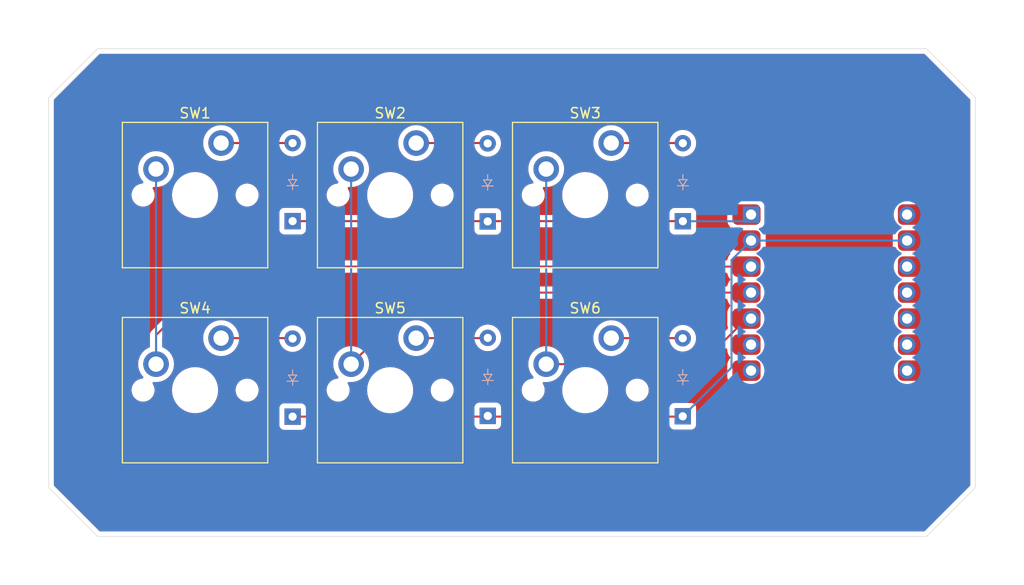
<source format=kicad_pcb>
(kicad_pcb (version 20240108) (generator "pcbnew") (generator_version "8.0")
  (layers (0 "F.Cu" signal) (31 "B.Cu" signal) (34 "B.Paste" user) (35 "F.Paste" user) (36 "B.SilkS" user "B.Silkscreen") (37 "F.SilkS" user "F.Silkscreen") (38 "B.Mask" user) (39 "F.Mask" user) (44 "Edge.Cuts" user))
  (net 0 "")
  (net 1 "Net-(D1-A)")
  (net 2 "Row 1")
  (net 3 "Net-(D2-A)")
  (net 4 "Net-(D3-A)")
  (net 5 "Row 2")
  (net 6 "Net-(D4-A)")
  (net 7 "Net-(D5-A)")
  (net 8 "Net-(D6-A)")
  (net 9 "Column 1")
  (net 10 "Column 2")
  (net 11 "Column 3")
  (footprint "ScottoKeebs_MX:MX_PCB_1.00u" (layer "F.Cu") (at 95.25 38.1)
    (property "Reference" "SW3" (at 0 -8 0) (layer "F.SilkS"))
    (property "Value" "SW_Push_45deg")
    (fp_line (start -7.1 -7.1) (end -7.1 7.1) (stroke (width 0.12)) (layer "F.SilkS"))
    (fp_line (start -7.1 7.1) (end 7.1 7.1) (stroke (width 0.12)) (layer "F.SilkS"))
    (fp_line (start 7.1 -7.1) (end -7.1 -7.1) (stroke (width 0.12)) (layer "F.SilkS"))
    (fp_line (start 7.1 7.1) (end 7.1 -7.1) (stroke (width 0.12)) (layer "F.SilkS"))
    (pad "" np_thru_hole circle (at -5.08 0) (size 1.75 1.75) (drill 1.75) (layers "*.Cu" "*.Mask"))
    (pad "" np_thru_hole circle (at 0 0) (size 4 4) (drill 4) (layers "*.Cu" "*.Mask"))
    (pad "" np_thru_hole circle (at 5.08 0) (size 1.75 1.75) (drill 1.75) (layers "*.Cu" "*.Mask"))
    (pad "1" thru_hole circle (at -3.81 -2.54) (size 2.5 2.5) (drill 1.5) (layers "*.Cu" "*.Mask") (net 11 "Column 3"))
    (pad "2" thru_hole circle (at 2.54 -5.08) (size 2.5 2.5) (drill 1.5) (layers "*.Cu" "*.Mask") (net 4 "Net-(D3-A)"))
  )
  (footprint "ScottoKeebs_MX:MX_PCB_1.00u" (layer "F.Cu") (at 76.2 38.1)
    (property "Reference" "SW2" (at 0 -8 0) (layer "F.SilkS"))
    (property "Value" "SW_Push_45deg")
    (fp_line (start -7.1 -7.1) (end -7.1 7.1) (stroke (width 0.12)) (layer "F.SilkS"))
    (fp_line (start -7.1 7.1) (end 7.1 7.1) (stroke (width 0.12)) (layer "F.SilkS"))
    (fp_line (start 7.1 -7.1) (end -7.1 -7.1) (stroke (width 0.12)) (layer "F.SilkS"))
    (fp_line (start 7.1 7.1) (end 7.1 -7.1) (stroke (width 0.12)) (layer "F.SilkS"))
    (pad "" np_thru_hole circle (at -5.08 0) (size 1.75 1.75) (drill 1.75) (layers "*.Cu" "*.Mask"))
    (pad "" np_thru_hole circle (at 0 0) (size 4 4) (drill 4) (layers "*.Cu" "*.Mask"))
    (pad "" np_thru_hole circle (at 5.08 0) (size 1.75 1.75) (drill 1.75) (layers "*.Cu" "*.Mask"))
    (pad "1" thru_hole circle (at -3.81 -2.54) (size 2.5 2.5) (drill 1.5) (layers "*.Cu" "*.Mask") (net 10 "Column 2"))
    (pad "2" thru_hole circle (at 2.54 -5.08) (size 2.5 2.5) (drill 1.5) (layers "*.Cu" "*.Mask") (net 3 "Net-(D2-A)"))
  )
  (footprint "ScottoKeebs_MX:MX_PCB_1.00u" (layer "F.Cu") (at 76.2 57.15)
    (property "Reference" "SW5" (at 0 -8 0) (layer "F.SilkS"))
    (property "Value" "SW_Push_45deg")
    (fp_line (start -7.1 -7.1) (end -7.1 7.1) (stroke (width 0.12)) (layer "F.SilkS"))
    (fp_line (start -7.1 7.1) (end 7.1 7.1) (stroke (width 0.12)) (layer "F.SilkS"))
    (fp_line (start 7.1 -7.1) (end -7.1 -7.1) (stroke (width 0.12)) (layer "F.SilkS"))
    (fp_line (start 7.1 7.1) (end 7.1 -7.1) (stroke (width 0.12)) (layer "F.SilkS"))
    (pad "" np_thru_hole circle (at -5.08 0) (size 1.75 1.75) (drill 1.75) (layers "*.Cu" "*.Mask"))
    (pad "" np_thru_hole circle (at 0 0) (size 4 4) (drill 4) (layers "*.Cu" "*.Mask"))
    (pad "" np_thru_hole circle (at 5.08 0) (size 1.75 1.75) (drill 1.75) (layers "*.Cu" "*.Mask"))
    (pad "1" thru_hole circle (at -3.81 -2.54) (size 2.5 2.5) (drill 1.5) (layers "*.Cu" "*.Mask") (net 10 "Column 2"))
    (pad "2" thru_hole circle (at 2.54 -5.08) (size 2.5 2.5) (drill 1.5) (layers "*.Cu" "*.Mask") (net 7 "Net-(D5-A)"))
  )
  (footprint "ScottoKeebs_MX:MX_PCB_1.00u" (layer "F.Cu") (at 57.15 57.15)
    (property "Reference" "SW4" (at 0 -8 0) (layer "F.SilkS"))
    (property "Value" "SW_Push_45deg")
    (fp_line (start -7.1 -7.1) (end -7.1 7.1) (stroke (width 0.12)) (layer "F.SilkS"))
    (fp_line (start -7.1 7.1) (end 7.1 7.1) (stroke (width 0.12)) (layer "F.SilkS"))
    (fp_line (start 7.1 -7.1) (end -7.1 -7.1) (stroke (width 0.12)) (layer "F.SilkS"))
    (fp_line (start 7.1 7.1) (end 7.1 -7.1) (stroke (width 0.12)) (layer "F.SilkS"))
    (pad "" np_thru_hole circle (at -5.08 0) (size 1.75 1.75) (drill 1.75) (layers "*.Cu" "*.Mask"))
    (pad "" np_thru_hole circle (at 0 0) (size 4 4) (drill 4) (layers "*.Cu" "*.Mask"))
    (pad "" np_thru_hole circle (at 5.08 0) (size 1.75 1.75) (drill 1.75) (layers "*.Cu" "*.Mask"))
    (pad "1" thru_hole circle (at -3.81 -2.54) (size 2.5 2.5) (drill 1.5) (layers "*.Cu" "*.Mask") (net 9 "Column 1"))
    (pad "2" thru_hole circle (at 2.54 -5.08) (size 2.5 2.5) (drill 1.5) (layers "*.Cu" "*.Mask") (net 6 "Net-(D4-A)"))
  )
  (footprint "ScottoKeebs_MCU:Seeed_XIAO_RP2040" (layer "F.Cu") (at 119.0625 47.625)
    (property "Reference" "U1" (hide yes))
    (property "Value" "MCU_Seeed_XIAO_RP2040")
    (pad "1" smd roundrect (at -8.065 -7.62) (size 2.75 2) (layers "F.Cu" "F.Paste" "F.Mask") (net 2 "Row 1"))
    (pad "1" thru_hole rect (at -7.62 -7.62 90) (size 1.6 1.6) (drill 1) (layers "*.Cu" "*.Mask") (net 2 "Row 1"))
    (pad "2" smd roundrect (at -8.065 -5.08) (size 2.75 2) (layers "F.Cu" "F.Paste" "F.Mask") (net 5 "Row 2"))
    (pad "2" thru_hole circle (at -7.62 -5.08 90) (size 1.6 1.6) (drill 1) (layers "*.Cu" "*.Mask") (net 5 "Row 2"))
    (pad "3" smd roundrect (at -8.065 -2.54) (size 2.75 2) (layers "F.Cu" "F.Paste" "F.Mask") (net 9 "Column 1"))
    (pad "3" thru_hole circle (at -7.62 -2.54 90) (size 1.6 1.6) (drill 1) (layers "*.Cu" "*.Mask") (net 9 "Column 1"))
    (pad "4" smd roundrect (at -8.065 0) (size 2.75 2) (layers "F.Cu" "F.Paste" "F.Mask") (net 10 "Column 2"))
    (pad "4" thru_hole circle (at -7.62 0 90) (size 1.6 1.6) (drill 1) (layers "*.Cu" "*.Mask") (net 10 "Column 2"))
    (pad "5" smd roundrect (at -8.065 2.54) (size 2.75 2) (layers "F.Cu" "F.Paste" "F.Mask") (net 11 "Column 3"))
    (pad "5" thru_hole circle (at -7.62 2.54 90) (size 1.6 1.6) (drill 1) (layers "*.Cu" "*.Mask") (net 11 "Column 3"))
    (pad "6" smd roundrect (at -8.065 5.08) (size 2.75 2) (layers "F.Cu" "F.Paste" "F.Mask"))
    (pad "6" thru_hole circle (at -7.62 5.08 90) (size 1.6 1.6) (drill 1) (layers "*.Cu" "*.Mask"))
    (pad "7" smd roundrect (at -8.065 7.62) (size 2.75 2) (layers "F.Cu" "F.Paste" "F.Mask"))
    (pad "7" thru_hole circle (at -7.62 7.62 90) (size 1.6 1.6) (drill 1) (layers "*.Cu" "*.Mask"))
    (pad "8" thru_hole circle (at 7.62 7.62 90) (size 1.6 1.6) (drill 1) (layers "*.Cu" "*.Mask"))
    (pad "8" smd roundrect (at 8.1 7.62) (size 2.75 2) (layers "F.Cu" "F.Paste" "F.Mask"))
    (pad "9" thru_hole circle (at 7.62 5.08 90) (size 1.6 1.6) (drill 1) (layers "*.Cu" "*.Mask"))
    (pad "9" smd roundrect (at 8.1 5.08) (size 2.75 2) (layers "F.Cu" "F.Paste" "F.Mask"))
    (pad "10" thru_hole circle (at 7.62 2.54 90) (size 1.6 1.6) (drill 1) (layers "*.Cu" "*.Mask"))
    (pad "10" smd roundrect (at 8.1 2.54) (size 2.75 2) (layers "F.Cu" "F.Paste" "F.Mask"))
    (pad "11" thru_hole circle (at 7.62 0 90) (size 1.6 1.6) (drill 1) (layers "*.Cu" "*.Mask"))
    (pad "11" smd roundrect (at 8.1 0) (size 2.75 2) (layers "F.Cu" "F.Paste" "F.Mask"))
    (pad "12" thru_hole circle (at 7.62 -2.54 90) (size 1.6 1.6) (drill 1) (layers "*.Cu" "*.Mask"))
    (pad "12" smd roundrect (at 8.1 -2.54) (size 2.75 2) (layers "F.Cu" "F.Paste" "F.Mask"))
    (pad "13" thru_hole circle (at 7.62 -5.08 90) (size 1.6 1.6) (drill 1) (layers "*.Cu" "*.Mask") (net 5 "Row 2"))
    (pad "13" smd roundrect (at 8.1 -5.08) (size 2.75 2) (layers "F.Cu" "F.Paste" "F.Mask") (net 5 "Row 2"))
    (pad "14" thru_hole circle (at 7.62 -7.62 90) (size 1.6 1.6) (drill 1) (layers "*.Cu" "*.Mask"))
    (pad "14" smd roundrect (at 8.1 -7.62) (size 2.75 2) (layers "F.Cu" "F.Paste" "F.Mask"))
  )
  (footprint "ScottoKeebs_MX:MX_PCB_1.00u" (layer "F.Cu") (at 95.25 57.15)
    (property "Reference" "SW6" (at 0 -8 0) (layer "F.SilkS"))
    (property "Value" "SW_Push_45deg")
    (fp_line (start -7.1 -7.1) (end -7.1 7.1) (stroke (width 0.12)) (layer "F.SilkS"))
    (fp_line (start -7.1 7.1) (end 7.1 7.1) (stroke (width 0.12)) (layer "F.SilkS"))
    (fp_line (start 7.1 -7.1) (end -7.1 -7.1) (stroke (width 0.12)) (layer "F.SilkS"))
    (fp_line (start 7.1 7.1) (end 7.1 -7.1) (stroke (width 0.12)) (layer "F.SilkS"))
    (pad "" np_thru_hole circle (at -5.08 0) (size 1.75 1.75) (drill 1.75) (layers "*.Cu" "*.Mask"))
    (pad "" np_thru_hole circle (at 0 0) (size 4 4) (drill 4) (layers "*.Cu" "*.Mask"))
    (pad "" np_thru_hole circle (at 5.08 0) (size 1.75 1.75) (drill 1.75) (layers "*.Cu" "*.Mask"))
    (pad "1" thru_hole circle (at -3.81 -2.54) (size 2.5 2.5) (drill 1.5) (layers "*.Cu" "*.Mask") (net 11 "Column 3"))
    (pad "2" thru_hole circle (at 2.54 -5.08) (size 2.5 2.5) (drill 1.5) (layers "*.Cu" "*.Mask") (net 8 "Net-(D6-A)"))
  )
  (footprint "ScottoKeebs_MX:MX_PCB_1.00u" (layer "F.Cu") (at 57.15 38.1)
    (property "Reference" "SW1" (at 0 -8 0) (layer "F.SilkS"))
    (property "Value" "SW_Push_45deg")
    (fp_line (start -7.1 -7.1) (end -7.1 7.1) (stroke (width 0.12)) (layer "F.SilkS"))
    (fp_line (start -7.1 7.1) (end 7.1 7.1) (stroke (width 0.12)) (layer "F.SilkS"))
    (fp_line (start 7.1 -7.1) (end -7.1 -7.1) (stroke (width 0.12)) (layer "F.SilkS"))
    (fp_line (start 7.1 7.1) (end 7.1 -7.1) (stroke (width 0.12)) (layer "F.SilkS"))
    (pad "" np_thru_hole circle (at -5.08 0) (size 1.75 1.75) (drill 1.75) (layers "*.Cu" "*.Mask"))
    (pad "" np_thru_hole circle (at 0 0) (size 4 4) (drill 4) (layers "*.Cu" "*.Mask"))
    (pad "" np_thru_hole circle (at 5.08 0) (size 1.75 1.75) (drill 1.75) (layers "*.Cu" "*.Mask"))
    (pad "1" thru_hole circle (at -3.81 -2.54) (size 2.5 2.5) (drill 1.5) (layers "*.Cu" "*.Mask") (net 9 "Column 1"))
    (pad "2" thru_hole circle (at 2.54 -5.08) (size 2.5 2.5) (drill 1.5) (layers "*.Cu" "*.Mask") (net 1 "Net-(D1-A)"))
  )
  (footprint "ScottoKeebs_Components:Diode_DO-35" (layer "B.Cu") (at 104.775 59.705 90)
    (property "Reference" "D6" (hide yes))
    (property "Value" "D" (hide yes))
    (fp_line (start 3.46 -0.55) (end 3.46 0.55) (stroke (width 0.1)) (layer "B.SilkS"))
    (fp_line (start 4.06 -0.4) (end 4.06 0.4) (stroke (width 0.1)) (layer "B.SilkS"))
    (fp_line (start 4.56 0) (end 4.06 0) (stroke (width 0.1)) (layer "B.SilkS"))
    (fp_line (start 3.46 0) (end 4.06 -0.4) (stroke (width 0.1)) (layer "B.SilkS"))
    (fp_line (start 3.46 0) (end 3.06 0) (stroke (width 0.1)) (layer "B.SilkS"))
    (fp_line (start 4.06 0.4) (end 3.46 0) (stroke (width 0.1)) (layer "B.SilkS"))
    (pad "1" thru_hole rect (at 0 0 90) (size 1.6 1.6) (drill 0.8) (layers "*.Cu" "*.Mask") (net 5 "Row 2"))
    (pad "2" thru_hole oval (at 7.62 0 90) (size 1.6 1.6) (drill 0.8) (layers "*.Cu" "*.Mask") (net 8 "Net-(D6-A)"))
  )
  (footprint "ScottoKeebs_Components:Diode_DO-35" (layer "B.Cu") (at 85.725 40.675 90)
    (property "Reference" "D2" (hide yes))
    (property "Value" "D" (hide yes))
    (fp_line (start 3.46 -0.55) (end 3.46 0.55) (stroke (width 0.1)) (layer "B.SilkS"))
    (fp_line (start 4.06 -0.4) (end 4.06 0.4) (stroke (width 0.1)) (layer "B.SilkS"))
    (fp_line (start 4.56 0) (end 4.06 0) (stroke (width 0.1)) (layer "B.SilkS"))
    (fp_line (start 3.46 0) (end 4.06 -0.4) (stroke (width 0.1)) (layer "B.SilkS"))
    (fp_line (start 3.46 0) (end 3.06 0) (stroke (width 0.1)) (layer "B.SilkS"))
    (fp_line (start 4.06 0.4) (end 3.46 0) (stroke (width 0.1)) (layer "B.SilkS"))
    (pad "1" thru_hole rect (at 0 0 90) (size 1.6 1.6) (drill 0.8) (layers "*.Cu" "*.Mask") (net 2 "Row 1"))
    (pad "2" thru_hole oval (at 7.62 0 90) (size 1.6 1.6) (drill 0.8) (layers "*.Cu" "*.Mask") (net 3 "Net-(D2-A)"))
  )
  (footprint "ScottoKeebs_Components:Diode_DO-35" (layer "B.Cu") (at 66.675 40.645 90)
    (property "Reference" "D1" (hide yes))
    (property "Value" "D" (hide yes))
    (fp_line (start 3.46 -0.55) (end 3.46 0.55) (stroke (width 0.1)) (layer "B.SilkS"))
    (fp_line (start 4.06 -0.4) (end 4.06 0.4) (stroke (width 0.1)) (layer "B.SilkS"))
    (fp_line (start 4.56 0) (end 4.06 0) (stroke (width 0.1)) (layer "B.SilkS"))
    (fp_line (start 3.46 0) (end 4.06 -0.4) (stroke (width 0.1)) (layer "B.SilkS"))
    (fp_line (start 3.46 0) (end 3.06 0) (stroke (width 0.1)) (layer "B.SilkS"))
    (fp_line (start 4.06 0.4) (end 3.46 0) (stroke (width 0.1)) (layer "B.SilkS"))
    (pad "1" thru_hole rect (at 0 0 90) (size 1.6 1.6) (drill 0.8) (layers "*.Cu" "*.Mask") (net 2 "Row 1"))
    (pad "2" thru_hole oval (at 7.62 0 90) (size 1.6 1.6) (drill 0.8) (layers "*.Cu" "*.Mask") (net 1 "Net-(D1-A)"))
  )
  (footprint "ScottoKeebs_Components:Diode_DO-35" (layer "B.Cu") (at 66.675 59.735 90)
    (property "Reference" "D4" (hide yes))
    (property "Value" "D" (hide yes))
    (fp_line (start 3.46 -0.55) (end 3.46 0.55) (stroke (width 0.1)) (layer "B.SilkS"))
    (fp_line (start 4.06 -0.4) (end 4.06 0.4) (stroke (width 0.1)) (layer "B.SilkS"))
    (fp_line (start 4.56 0) (end 4.06 0) (stroke (width 0.1)) (layer "B.SilkS"))
    (fp_line (start 3.46 0) (end 4.06 -0.4) (stroke (width 0.1)) (layer "B.SilkS"))
    (fp_line (start 3.46 0) (end 3.06 0) (stroke (width 0.1)) (layer "B.SilkS"))
    (fp_line (start 4.06 0.4) (end 3.46 0) (stroke (width 0.1)) (layer "B.SilkS"))
    (pad "1" thru_hole rect (at 0 0 90) (size 1.6 1.6) (drill 0.8) (layers "*.Cu" "*.Mask") (net 5 "Row 2"))
    (pad "2" thru_hole oval (at 7.62 0 90) (size 1.6 1.6) (drill 0.8) (layers "*.Cu" "*.Mask") (net 6 "Net-(D4-A)"))
  )
  (footprint "ScottoKeebs_Components:Diode_DO-35" (layer "B.Cu") (at 104.785 40.655 90)
    (property "Reference" "D3" (hide yes))
    (property "Value" "D" (hide yes))
    (fp_line (start 3.46 -0.55) (end 3.46 0.55) (stroke (width 0.1)) (layer "B.SilkS"))
    (fp_line (start 4.06 -0.4) (end 4.06 0.4) (stroke (width 0.1)) (layer "B.SilkS"))
    (fp_line (start 4.56 0) (end 4.06 0) (stroke (width 0.1)) (layer "B.SilkS"))
    (fp_line (start 3.46 0) (end 4.06 -0.4) (stroke (width 0.1)) (layer "B.SilkS"))
    (fp_line (start 3.46 0) (end 3.06 0) (stroke (width 0.1)) (layer "B.SilkS"))
    (fp_line (start 4.06 0.4) (end 3.46 0) (stroke (width 0.1)) (layer "B.SilkS"))
    (pad "1" thru_hole rect (at 0 0 90) (size 1.6 1.6) (drill 0.8) (layers "*.Cu" "*.Mask") (net 2 "Row 1"))
    (pad "2" thru_hole oval (at 7.62 0 90) (size 1.6 1.6) (drill 0.8) (layers "*.Cu" "*.Mask") (net 4 "Net-(D3-A)"))
  )
  (footprint "ScottoKeebs_Components:Diode_DO-35" (layer "B.Cu") (at 85.735 59.665 90)
    (property "Reference" "D5" (hide yes))
    (property "Value" "D" (hide yes))
    (fp_line (start 3.46 -0.55) (end 3.46 0.55) (stroke (width 0.1)) (layer "B.SilkS"))
    (fp_line (start 4.06 -0.4) (end 4.06 0.4) (stroke (width 0.1)) (layer "B.SilkS"))
    (fp_line (start 4.56 0) (end 4.06 0) (stroke (width 0.1)) (layer "B.SilkS"))
    (fp_line (start 3.46 0) (end 4.06 -0.4) (stroke (width 0.1)) (layer "B.SilkS"))
    (fp_line (start 3.46 0) (end 3.06 0) (stroke (width 0.1)) (layer "B.SilkS"))
    (fp_line (start 4.06 0.4) (end 3.46 0) (stroke (width 0.1)) (layer "B.SilkS"))
    (pad "1" thru_hole rect (at 0 0 90) (size 1.6 1.6) (drill 0.8) (layers "*.Cu" "*.Mask") (net 5 "Row 2"))
    (pad "2" thru_hole oval (at 7.62 0 90) (size 1.6 1.6) (drill 0.8) (layers "*.Cu" "*.Mask") (net 7 "Net-(D5-A)"))
  )
  (gr_line (start 47.625 71.4375) (end 42.8625 66.675) (stroke (width 0.05)) (layer "Edge.Cuts"))
  (gr_line (start 47.625 23.8125) (end 128.5875 23.8125) (stroke (width 0.05)) (layer "Edge.Cuts"))
  (gr_line (start 128.5875 23.8125) (end 133.35 28.575) (stroke (width 0.05)) (layer "Edge.Cuts"))
  (gr_line (start 133.35 28.575) (end 133.35 66.675) (stroke (width 0.05)) (layer "Edge.Cuts"))
  (gr_line (start 42.8625 66.675) (end 42.8625 28.575) (stroke (width 0.05)) (layer "Edge.Cuts"))
  (gr_line (start 128.5875 71.4375) (end 47.625 71.4375) (stroke (width 0.05)) (layer "Edge.Cuts"))
  (gr_line (start 133.35 66.675) (end 128.5875 71.4375) (stroke (width 0.05)) (layer "Edge.Cuts"))
  (gr_line (start 42.8625 28.575) (end 47.625 23.8125) (stroke (width 0.05)) (layer "Edge.Cuts"))
  (segment (start 66.67 33.02) (end 66.675 33.025) (width 0.2) (layer "F.Cu") (net 1))
  (segment (start 59.69 33.02) (end 66.67 33.02) (width 0.2) (layer "F.Cu") (net 1))
  (segment (start 104.775 40.645) (end 104.785 40.655) (width 0.2) (layer "F.Cu") (net 2))
  (segment (start 66.675 40.645) (end 104.775 40.645) (width 0.2) (layer "F.Cu") (net 2))
  (segment (start 104.785 40.655) (end 110.7925 40.655) (width 0.2) (layer "B.Cu") (net 2))
  (segment (start 110.7925 40.655) (end 111.4425 40.005) (width 0.2) (layer "B.Cu") (net 2))
  (segment (start 78.74 33.02) (end 85.69 33.02) (width 0.2) (layer "F.Cu") (net 3))
  (segment (start 85.69 33.02) (end 85.725 33.055) (width 0.2) (layer "F.Cu") (net 3))
  (segment (start 97.79 33.02) (end 104.77 33.02) (width 0.2) (layer "F.Cu") (net 4))
  (segment (start 104.77 33.02) (end 104.785 33.035) (width 0.2) (layer "F.Cu") (net 4))
  (segment (start 104.745 59.735) (end 104.775 59.705) (width 0.2) (layer "F.Cu") (net 5))
  (segment (start 66.675 59.735) (end 104.745 59.735) (width 0.2) (layer "F.Cu") (net 5))
  (segment (start 109.5375 44.45) (end 111.4425 42.545) (width 0.2) (layer "B.Cu") (net 5))
  (segment (start 111.4425 42.545) (end 126.6825 42.545) (width 0.2) (layer "B.Cu") (net 5))
  (segment (start 104.775 59.705) (end 109.5375 54.9425) (width 0.2) (layer "B.Cu") (net 5))
  (segment (start 109.5375 54.9425) (end 109.5375 44.45) (width 0.2) (layer "B.Cu") (net 5))
  (segment (start 66.63 52.07) (end 66.675 52.115) (width 0.2) (layer "F.Cu") (net 6))
  (segment (start 59.69 52.07) (end 66.63 52.07) (width 0.2) (layer "F.Cu") (net 6))
  (segment (start 85.71 52.07) (end 85.735 52.045) (width 0.2) (layer "F.Cu") (net 7))
  (segment (start 78.74 52.07) (end 85.71 52.07) (width 0.2) (layer "F.Cu") (net 7))
  (segment (start 97.79 52.07) (end 104.76 52.07) (width 0.2) (layer "F.Cu") (net 8))
  (segment (start 104.76 52.07) (end 104.775 52.085) (width 0.2) (layer "F.Cu") (net 8))
  (segment (start 53.34 54.61) (end 53.34 51.78) (width 0.2) (layer "F.Cu") (net 9))
  (segment (start 60.035 45.085) (end 110.9975 45.085) (width 0.2) (layer "F.Cu") (net 9))
  (segment (start 53.34 51.78) (end 60.035 45.085) (width 0.2) (layer "F.Cu") (net 9))
  (segment (start 53.34 35.56) (end 53.34 54.61) (width 0.2) (layer "B.Cu") (net 9))
  (segment (start 79.375 47.625) (end 111.4425 47.625) (width 0.2) (layer "F.Cu") (net 10))
  (segment (start 72.39 54.61) (end 79.375 47.625) (width 0.2) (layer "F.Cu") (net 10))
  (segment (start 72.39 35.56) (end 72.39 54.61) (width 0.2) (layer "B.Cu") (net 10))
  (segment (start 106.5525 54.61) (end 110.9975 50.165) (width 0.2) (layer "F.Cu") (net 11))
  (segment (start 110.9975 50.191358) (end 110.9975 50.165) (width 0.2) (layer "F.Cu") (net 11))
  (segment (start 91.44 54.61) (end 106.5525 54.61) (width 0.2) (layer "F.Cu") (net 11))
  (segment (start 91.44 35.56) (end 91.44 54.61) (width 0.2) (layer "B.Cu") (net 11))
  (zone (net 0) (net_name "") (layers "F&B.Cu") (connect_pads (clearance 0.5)) (min_thickness 0.25) (fill yes (thermal_gap 0.5) (thermal_bridge_width 0.5) (island_removal_mode 1) (island_area_min 10))
    (polygon (pts (xy 138.1125 76.2) (xy 38.1 76.2) (xy 38.1 19.05) (xy 138.1125 19.05)))
  )
)
</source>
